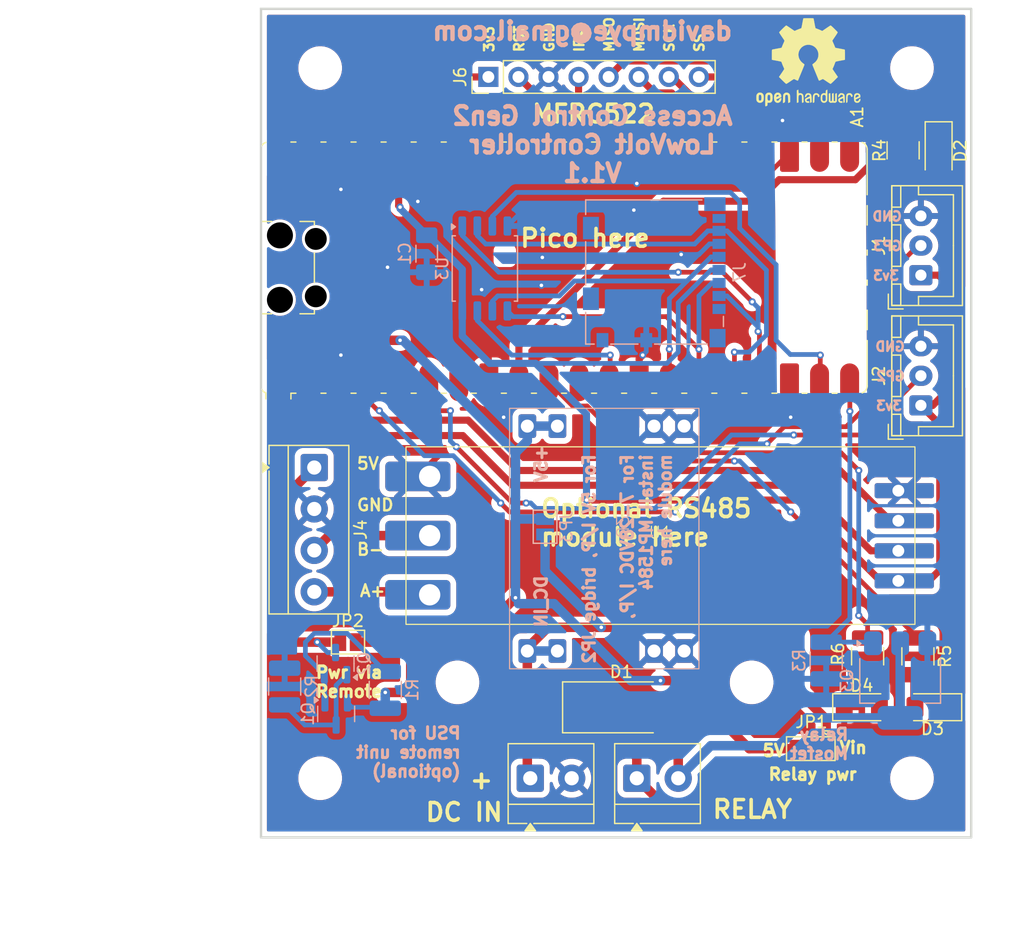
<source format=kicad_pcb>
(kicad_pcb (version 20241229) (generator "pcbnew") (generator_version "9.0")
  (layers (0 "F.Cu" signal) (2 "B.Cu" signal) (13 "F.Paste" user) (15 "B.Paste" user) (5 "F.SilkS" user "F.Silkscreen") (7 "B.SilkS" user "B.Silkscreen") (1 "F.Mask" user) (3 "B.Mask" user) (25 "Edge.Cuts" user))
  (net 0 "")
  (net 1 "HEARTBEAT")
  (net 2 "GND")
  (net 3 "MFRC_MISO")
  (net 4 "RS485_TX")
  (net 5 "MFRC_SS")
  (net 6 "+5V")
  (net 9 "MFRC_SCK")
  (net 11 "GPIO_ACC2")
  (net 12 "MFRC_MOSI")
  (net 14 "RS485_RX")
  (net 15 "+3V3")
  (net 16 "FLASH_WP")
  (net 17 "MFRC_IRQ")
  (net 18 "Net-(D3-A)")
  (net 19 "Net-(D2-A)")
  (net 20 "FLASH_HOLD")
  (net 21 "A+")
  (net 24 "FLASH_MOSI")
  (net 27 "FLASH_CLK")
  (net 28 "FLASH_MISO")
  (net 29 "FLASH_CS")
  (net 30 "B-")
  (net 32 "MFRC_RST")
  (net 33 "MOSFET_GATE")
  (net 34 "GPIO_ACC1")
  (net 36 "RELAY-")
  (net 37 "REMOTE_PWR")
  (net 40 "+VDC")
  (net 41 "RELAY+")
  (net 42 "Net-(Q1-C)")
  (net 43 "Net-(Q1-B)")
  (net 44 "ACCESS_DENIED")
  (net 45 "ACCESS_GRANTED")
  (net 46 "Net-(D4-A)")
  (net 47 "unconnected-(A1-GPIO5-Pad7)")
  (footprint "MountingHole:MountingHole_3.2mm_M3" (layer "F.Cu") (at 86.25 23.25)
    (property "Reference" "REF**" (hide yes))
    (property "Value" "MountingHole_3.2mm_M3")
  )
  (footprint "Module:RaspberryPi_Pico_SMD_HandSolder" (layer "F.Cu") (at 56.85 40.11 90)
    (property "Reference" "A1")
    (property "Value" "RaspberryPi_Pico")
  )
  (footprint "Symbol:OSHW-Logo2_9.8x8mm_SilkScreen" (layer "F.Cu") (at 77.5 22.75)
    (property "Reference" "REF**" (hide yes))
    (property "Value" "OSHW-Logo2_9.8x8mm_SilkScreen" (hide yes))
  )
  (footprint "Connector_JST:JST_XH_B3B-XH-A_1x03_P2.50mm_Vertical" (layer "F.Cu") (at 87 40.75 90)
    (property "Reference" "J1")
    (property "Value" "Conn_01x03")
  )
  (footprint "Connector_JST:JST_XH_B3B-XH-A_1x03_P2.50mm_Vertical" (layer "F.Cu") (at 87 51.75 90)
    (property "Reference" "J2")
    (property "Value" "Conn_01x03")
  )
  (footprint "Jumper:SolderJumper-2_P1.3mm_Open_Pad1.0x1.5mm" (layer "F.Cu") (at 38.6 71.75)
    (property "Reference" "JP2")
    (property "Value" "Jumper_2_Open")
  )
  (footprint "TerminalBlock_MetzConnect:TerminalBlock_MetzConnect_Type059_RT06302HBWC_1x02_P3.50mm_Horizontal" (layer "F.Cu") (at 54 83.25)
    (property "Reference" "J5" (hide yes))
    (property "Value" "PWR_IN")
  )
  (footprint "TerminalBlock_MetzConnect:TerminalBlock_MetzConnect_Type059_RT06302HBWC_1x02_P3.50mm_Horizontal" (layer "F.Cu") (at 63 83.25)
    (property "Reference" "J3" (hide yes))
    (property "Value" "RELAY_CONN")
  )
  (footprint "LED_SMD:LED_1206_3216Metric_Pad1.42x1.75mm_HandSolder" (layer "F.Cu") (at 87.9875 77.25 180)
    (property "Reference" "D3")
    (property "Value" "ACCESS_DENIED")
  )
  (footprint "Resistor_SMD:R_1210_3225Metric_Pad1.30x2.65mm_HandSolder" (layer "F.Cu") (at 82.5 72.95 -90)
    (property "Reference" "R6")
    (property "Value" "R")
  )
  (footprint "LED_SMD:LED_1206_3216Metric_Pad1.42x1.75mm_HandSolder" (layer "F.Cu") (at 88.5 30.25 -90)
    (property "Reference" "D2")
    (property "Value" "HEARTBEAT")
  )
  (footprint "Resistor_SMD:R_1210_3225Metric_Pad1.30x2.65mm_HandSolder" (layer "F.Cu") (at 86.75 72.95 -90)
    (property "Reference" "R5")
    (property "Value" "R")
  )
  (footprint "TerminalBlock_MetzConnect:TerminalBlock_MetzConnect_Type059_RT06304HBWC_1x04_P3.50mm_Horizontal" (layer "F.Cu") (at 35.75 57 -90)
    (property "Reference" "J4")
    (property "Value" "Remote_header")
  )
  (footprint "Diode_SMD:D_SMA-SMB_Universal_Handsoldering" (layer "F.Cu") (at 61.69 77.26)
    (property "Reference" "D1")
    (property "Value" "D")
  )
  (footprint "Resistor_SMD:R_1210_3225Metric_Pad1.30x2.65mm_HandSolder" (layer "F.Cu") (at 85.5 30.2 -90)
    (property "Reference" "R4")
    (property "Value" "R")
  )
  (footprint "MountingHole:MountingHole_3.2mm_M3" (layer "F.Cu") (at 36.25 83.25)
    (property "Reference" "REF**" (hide yes))
    (property "Value" "MountingHole_3.2mm_M3")
  )
  (footprint "LED_SMD:LED_1206_3216Metric_Pad1.42x1.75mm_HandSolder" (layer "F.Cu") (at 82.0125 77.25)
    (property "Reference" "D4")
    (property "Value" "ACCESS_GRANTED")
  )
  (footprint "Jumper:SolderJumper-3_P1.3mm_Open_Pad1.0x1.5mm" (layer "F.Cu") (at 77.7 80.75 180)
    (property "Reference" "JP1")
    (property "Value" "RELAY_VOLT_SELECT")
  )
  (footprint "MountingHole:MountingHole_3.2mm_M3" (layer "F.Cu") (at 36.25 23.25)
    (property "Reference" "REF**" (hide yes))
    (property "Value" "MountingHole_3.2mm_M3")
  )
  (footprint "Connector_PinHeader_2.54mm:PinHeader_1x08_P2.54mm_Vertical" (layer "F.Cu") (at 50.46 24 90)
    (property "Reference" "J6")
    (property "Value" "MFRC_CONN")
  )
  (footprint "MountingHole:MountingHole_3.2mm_M3" (layer "F.Cu") (at 47.85 75.15)
    (property "Reference" "REF**" (hide yes))
    (property "Value" "MountingHole_3.2mm_M3")
  )
  (footprint "MountingHole:MountingHole_3.2mm_M3" (layer "F.Cu") (at 86.25 83.25)
    (property "Reference" "REF**" (hide yes))
    (property "Value" "MountingHole_3.2mm_M3")
  )
  (footprint "RS485_to_ttl:RS485_to_ttl" (layer "F.Cu") (at 65 62.75 180)
    (property "Reference" "U1")
    (property "Value" "~")
  )
  (footprint "MountingHole:MountingHole_3.2mm_M3" (layer "F.Cu") (at 72.7 75.15)
    (property "Reference" "REF**" (hide yes))
    (property "Value" "MountingHole_3.2mm_M3")
  )
  (footprint "Resistor_SMD:R_1210_3225Metric_Pad1.30x2.65mm_HandSolder" (layer "B.Cu") (at 41.75 75.7875 90)
    (property "Reference" "R1")
    (property "Value" "5R1")
  )
  (footprint "Package_TO_SOT_SMD:SOT-223-3_TabPin2" (layer "B.Cu") (at 85.25 75 -90)
    (property "Reference" "Q3")
    (property "Value" "IRLL014N")
  )
  (footprint "Package_SO:SOIC-8_5.3x5.3mm_P1.27mm" (layer "B.Cu") (at 50.1625 40.1825 -90)
    (property "Reference" "U3")
    (property "Value" "W25Q32JVSS")
  )
  (footprint "Package_TO_SOT_SMD:SOT-23" (layer "B.Cu") (at 37.6 77.8125 -90)
    (property "Reference" "Q1")
    (property "Value" "MMBT3906")
  )
  (footprint "Resistor_SMD:R_1210_3225Metric_Pad1.30x2.65mm_HandSolder" (layer "B.Cu") (at 33.25 75.5 90)
    (property "Reference" "R2")
    (property "Value" "470R")
  )
  (footprint "Connector_Card:microSD_HC_Molex_104031-0811" (layer "B.Cu") (at 64.5 40.5 90)
    (property "Reference" "J7")
    (property "Value" "Micro_SD_Card")
  )
  (footprint "Resistor_SMD:R_1210_3225Metric_Pad1.30x2.65mm_HandSolder" (layer "B.Cu") (at 79 73.3 -90)
    (property "Reference" "R3")
    (property "Value" "10K")
  )
  (footprint "Jumper:SolderJumper-2_P1.3mm_Open_Pad1.0x1.5mm" (layer "B.Cu") (at 55.25 62 90)
    (property "Reference" "JP3")
    (property "Value" "Jumper_2_Open")
  )
  (footprint "Package_TO_SOT_SMD:SOT-23" (layer "B.Cu") (at 37.55 73.5625 90)
    (property "Reference" "Q2")
    (property "Value" "MMBT3906")
  )
  (footprint "Capacitor_SMD:C_1206_3216Metric_Pad1.33x1.80mm_HandSolder" (layer "B.Cu") (at 45.25 38.9375 -90)
    (property "Reference" "C1")
    (property "Value" "0.1uF")
  )
  (footprint "DC-DC:hw-1338" (layer "B.Cu") (at 61.25 62 90)
    (property "Reference" "U2")
    (property "Value" "~")
  )
  (gr_rect (start 31.25 18.25) (end 91.25 88.25) (stroke (width 0.2)) (fill no) (layer "Edge.Cuts"))
  (gr_text "IRQ" (at 58.607143 22 90) (layer "F.SilkS") (effects (font (size 0.8 0.8) (thickness 0.2) (bold yes)) (justify left bottom)))
  (gr_text "SS" (at 68.75 22 90) (layer "F.SilkS") (effects (font (size 0.8 0.8) (thickness 0.2) (bold yes)) (justify left bottom)))
  (gr_text "5V" (at 39.25 57.25 -0) (layer "F.SilkS") (effects (font (size 1 1) (thickness 0.2) (bold yes)) (justify left bottom)))
  (gr_text "Optional RS485\nmodule here" (at 54.75 63.75 0) (layer "F.SilkS") (effects (font (size 1.5 1.5) (thickness 0.3) (bold yes)) (justify left bottom)))
  (gr_text "DC IN" (at 45 87 0) (layer "F.SilkS") (effects (font (size 1.5 1.5) (thickness 0.3) (bold yes)) (justify left bottom)))
  (gr_text "+" (at 48.75 84.25 0) (layer "F.SilkS") (effects (font (size 1.5 1.5) (thickness 0.3) (bold yes)) (justify left bottom)))
  (gr_text "A+" (at 39.5 68 -0) (layer "F.SilkS") (effects (font (size 1 1) (thickness 0.2) (bold yes)) (justify left bottom)))
  (gr_text "B-" (at 39.25 64.5 0) (layer "F.SilkS") (effects (font (size 1 1) (thickness 0.2) (bold yes)) (justify left bottom)))
  (gr_text "SCK" (at 66.214286 22 90) (layer "F.SilkS") (effects (font (size 0.8 0.8) (thickness 0.2) (bold yes)) (justify left bottom)))
  (gr_text "Pico here" (at 53 38.5 0) (layer "F.SilkS") (effects (font (size 1.5 1.5) (thickness 0.3) (bold yes)) (justify left bottom)))
  (gr_text "MISO" (at 61.142857 22 90) (layer "F.SilkS") (effects (font (size 0.8 0.8) (thickness 0.2) (bold yes)) (justify left bottom)))
  (gr_text "3v3" (at 51 22 90) (layer "F.SilkS") (effects (font (size 0.8 0.8) (thickness 0.2) (bold yes)) (justify left bottom)))
  (gr_text "GND\n" (at 56.071429 22 90) (layer "F.SilkS") (effects (font (size 0.8 0.8) (thickness 0.2) (bold yes)) (justify left bottom)))
  (gr_text "MFRC522" (at 54 28 0) (layer "F.SilkS") (effects (font (size 1.5 1.5) (thickness 0.3) (bold yes)) (justify left bottom)))
  (gr_text "5V" (at 73.5 81.5 0) (layer "F.SilkS") (effects (font (size 1 1) (thickness 0.25) (bold yes)) (justify left bottom)))
  (gr_text "GND" (at 39.25 60.75 0) (layer "F.SilkS") (effects (font (size 1 1) (thickness 0.2) (bold yes)) (justify left bottom)))
  (gr_text "RST\n" (at 53.535714 22 90) (layer "F.SilkS") (effects (font (size 0.8 0.8) (thickness 0.2) (bold yes)) (justify left bottom)))
  (gr_text "Pwr via\nRemote" (at 35.75 76.5 0) (layer "F.SilkS") (effects (font (size 1 1) (thickness 0.25) (bold yes)) (justify left bottom)))
  (gr_text "RELAY" (at 69.25 86.75 0) (layer "F.SilkS") (effects (font (size 1.5 1.5) (thickness 0.3) (bold yes)) (justify left bottom)))
  (gr_text "MOSI\n" (at 63.678571 22 90) (layer "F.SilkS") (effects (font (size 0.8 0.8) (thickness 0.2) (bold yes)) (justify left bottom)))
  (gr_text "Vin" (at 80 81.25 0) (layer "F.SilkS") (effects (font (size 1 1) (thickness 0.25) (bold yes)) (justify left bottom)))
  (gr_text "Relay pwr" (at 74 83.5 0) (layer "F.SilkS") (effects (font (size 1 1) (thickness 0.25) (bold yes)) (justify left bottom)))
  (gr_text "+5V" (at 55.5 55 90) (layer "B.SilkS") (effects (font (size 1 1) (thickness 0.25) (bold yes)) (justify left bottom mirror)))
  (gr_text "Relay\nMosfet" (at 81 81.75 0) (layer "B.SilkS") (effects (font (size 1 1) (thickness 0.25) (bold yes)) (justify left bottom mirror)))
  (gr_text "GP2" (at 85.75 49.75 0) (layer "B.SilkS") (effects (font (size 0.8 0.8) (thickness 0.2) (bold yes)) (justify left bottom mirror)))
  (gr_text "DC_IN" (at 55.5 66 90) (layer "B.SilkS") (effects (font (size 1 1) (thickness 0.25) (bold yes)) (justify left bottom mirror)))
  (gr_text "3v3" (at 85.5 52.25 0) (layer "B.SilkS") (effects (font (size 0.8 0.8) (thickness 0.2) (bold yes)) (justify left bottom mirror)))
  (gr_text "Access Control Gen2\nLowVolt Controller\nV1.1" (at 59.25 33 0) (layer "B.SilkS") (effects (font (size 1.5 1.5) (thickness 0.375) (bold yes)) (justify bottom mirror)))
  (gr_text "GP3" (at 85.5 38.75 0) (layer "B.SilkS") (effects (font (size 0.8 0.8) (thickness 0.2) (bold yes)) (justify left bottom mirror)))
  (gr_text "For 5V I/P, bridge JP2\n\nFor 7-28VDC I/P,\ninstall MP1584\nmodule here" (at 66 55.75 90) (layer "B.SilkS") (effects (font (size 1 1) (thickness 0.25) (bold yes)) (justify left bottom mirror)))
  (gr_text "PSU for\nremote unit\n(optional)" (at 48.25 83.25 0) (layer "B.SilkS") (effects (font (size 1 1) (thickness 0.25) (bold yes)) (justify left bottom mirror)))
  (gr_text "GND\n" (at 85.5 36.25 0) (layer "B.SilkS") (effects (font (size 0.8 0.8) (thickness 0.2) (bold yes)) (justify left bottom mirror)))
  (gr_text "GND\n" (at 85.75 47.25 0) (layer "B.SilkS") (effects (font (size 0.8 0.8) (thickness 0.2) (bold yes)) (justify left bottom mirror)))
  (gr_text "3v3" (at 85.25 41.25 0) (layer "B.SilkS") (effects (font (size 0.8 0.8) (thickness 0.2) (bold yes)) (justify left bottom mirror)))
  (gr_text "davidmpye@gmail.com" (at 71.25 21 0) (layer "B.SilkS") (effects (font (size 1.5 1.5) (thickness 0.375) (bold yes)) (justify left bottom mirror)))
  (segment (start 81.47 32.68) (end 85.5 28.65) (width 0.6) (layer "F.Cu") (net 1))
  (segment (start 53.04 46.71) (end 65.25 34.5) (width 0.6) (layer "F.Cu") (net 1))
  (segment (start 53.04 49.8) (end 53.04 46.71) (width 0.6) (layer "F.Cu") (net 1))
  (segment (start 73.2 34.5) (end 75.02 32.68) (width 0.6) (layer "F.Cu") (net 1))
  (segment (start 75.02 32.68) (end 81.47 32.68) (width 0.6) (layer "F.Cu") (net 1))
  (segment (start 65.25 34.5) (end 73.2 34.5) (width 0.6) (layer "F.Cu") (net 1))
  (segment (start 37.8 49.8) (end 37.8 47.7) (width 0.6) (layer "F.Cu") (net 2))
  (segment (start 62.75 33.25) (end 63 33) (width 0.4) (layer "F.Cu") (net 2))
  (segment (start 63.2 49.8) (end 63.2 47.8) (width 0.6) (layer "F.Cu") (net 2))
  (segment (start 37.8 33.3) (end 38 33.5) (width 0.6) (layer "F.Cu") (net 2))
  (segment (start 62.75 35.25) (end 62.75 33.25) (width 0.4) (layer "F.Cu") (net 2))
  (segment (start 75.9 52.65) (end 76 52.75) (width 0.4) (layer "F.Cu") (net 2))
  (segment (start 37.8 47.7) (end 38 47.5) (width 0.6) (layer "F.Cu") (net 2))
  (segment (start 63.2 47.8) (end 63.5 47.5) (width 0.6) (layer "F.Cu") (net 2))
  (segment (start 73.32 33) (end 63 33) (width 0.4) (layer "F.Cu") (net 2))
  (segment (start 50.5 49.8) (end 50.5 51.5) (width 0.6) (layer "F.Cu") (net 2))
  (segment (start 75.9 49.8) (end 75.9 52.65) (width 0.4) (layer "F.Cu") (net 2))
  (segment (start 50.5 51.5) (end 51.75 52.75) (width 0.6) (layer "F.Cu") (net 2))
  (segment (start 63.2 32.8) (end 63 33) (width 0.6) (layer "F.Cu") (net 2))
  (segment (start 75.9 30.42) (end 73.32 33) (width 0.4) (layer "F.Cu") (net 2))
  (segment (start 63.2 30.42) (end 63.2 32.8) (width 0.6) (layer "F.Cu") (net 2))
  (segment (start 75.9 30.42) (end 75.9 28.27) (width 0.4) (layer "F.Cu") (net 2))
  (segment (start 75.9 28.27) (end 75.31 27.68) (width 0.4) (layer "F.Cu") (net 2))
  (segment (start 37.8 30.42) (end 37.8 33.3) (width 0.6) (layer "F.Cu") (net 2))
  (via (at 54.94 41.61) (size 0.6) (drill 0.3) (layers "F.Cu" "B.Cu") (net 2))
  (via (at 62.75 35.25) (size 0.6) (drill 0.3) (layers "F.Cu" "B.Cu") (net 2))
  (via (at 75.31 27.68) (size 0.6) (drill 0.3) (layers "F.Cu" "B.Cu") (net 2))
  (via (at 76 52.75) (size 0.6) (drill 0.3) (layers "F.Cu" "B.Cu") (net 2))
  (via (at 44.5 34.52) (size 0.6) (drill 0.3) (layers "F.Cu" "B.Cu") (net 2))
  (via (at 41.94 40.08) (size 0.6) (drill 0.3) (layers "F.Cu" "B.Cu") (net 2))
  (via (at 38 47.5) (size 0.6) (drill 0.3) (layers "F.Cu" "B.Cu") (net 2))
  (via (at 55.02 39.25) (size 0.6) (drill 0.3) (layers "F.Cu" "B.Cu") (net 2))
  (via (at 51.75 52.75) (size 0.6) (drill 0.3) (layers "F.Cu" "B.Cu") (net 2))
  (via (at 38 33.5) (size 0.6) (drill 0.3) (layers "F.Cu" "B.Cu") (net 2))
  (via (at 66.75 39) (size 0.6) (drill 0.3) (layers "F.Cu" "B.Cu") (net 2))
  (via (at 49.89 41.97) (size 0.6) (drill 0.3) (layers "F.Cu" "B.Cu") (net 2))
  (via (at 63 33) (size 0.6) (drill 0.3) (layers "F.Cu" "B.Cu") (net 2))
  (via (at 63.5 47.5) (size 0.6) (drill 0.3) (layers "F.Cu" "B.Cu") (net 2))
  (segment (start 63.8 47.2) (end 63.5 47.5) (width 0.4) (layer "B.Cu") (net 2))
  (segment (start 63.8 46.24) (end 63.8 47.2) (width 0.4) (layer "B.Cu") (net 2))
  (segment (start 52.0675 36.595) (end 53.4125 35.25) (width 0.4) (layer "B.Cu") (net 2))
  (segment (start 68.25 39) (end 66.75 39) (width 0.4) (layer "B.Cu") (net 2))
  (segment (start 53.4125 35.25) (end 62.75 35.25) (width 0.4) (layer "B.Cu") (net 2))
  (segment (start 69.145 38.105) (end 68.25 39) (width 0.4) (layer "B.Cu") (net 2))
  (segment (start 69.95 38.105) (end 69.145 38.105) (width 0.4) (layer "B.Cu") (net 2))
  (segment (start 61.971 22.649) (end 60.62 24) (width 0.6) (layer "F.Cu") (net 3))
  (segment (start 74.809 22.649) (end 61.971 22.649) (width 0.6) (layer "F.Cu") (net 3))
  (segment (start 80.98 28.82) (end 74.809 22.649) (width 0.6) (layer "F.Cu") (net 3))
  (segment (start 80.98 30.42) (end 80.98 28.82) (width 0.6) (layer "F.Cu") (net 3))
  (segment (start 85.096703 64.033957) (end 82.777901 64.033957) (width 0.6) (layer "F.Cu") (net 4))
  (segment (start 32.72 50.72) (end 32.72 49.8) (width 0.6) (layer "F.Cu") (net 4))
  (segment (start 48.301 54.301) (end 36.301 54.301) (width 0.6) (layer "F.Cu") (net 4))
  (segment (start 77.243944 58.5) (end 52.5 58.5) (width 0.6) (layer "F.Cu") (net 4))
  (segment (start 82.777901 64.033957) (end 77.243944 58.5) (width 0.6) (layer "F.Cu") (net 4))
  (segment (start 52.5 58.5) (end 48.301 54.301) (width 0.6) (layer "F.Cu") (net 4))
  (segment (start 36.301 54.301) (end 32.72 50.72) (width 0.6) (layer "F.Cu") (net 4))
  (segment (start 78.44 30.42) (end 78.44 28.82) (width 0.6) (layer "F.Cu") (net 5))
  (segment (start 73.62 24) (end 68.24 24) (width 0.6) (layer "F.Cu") (net 5))
  (segment (start 78.44 28.82) (end 73.62 24) (width 0.6) (layer "F.Cu") (net 5))
  (segment (start 76.4 80.75) (end 72.5 80.75) (width 0.8) (layer "F.Cu") (net 6))
  (segment (start 39.25 71.75) (end 44.75 71.75) (width 0.8) (layer "F.Cu") (net 6))
  (segment (start 44.75 71.75) (end 45.75 70.75) (width 0.8) (layer "F.Cu") (net 6))
  (segment (start 35.26 32.034207) (end 35.26 30.42) (width 0.8) (layer "F.Cu") (net 6))
  (segment (start 43 46.25) (end 40.818818 46.25) (width 0.8) (layer "F.Cu") (net 6))
  (segment (start 72.5 80.75) (end 66.75 75) (width 0.8) (layer "F.Cu") (net 6))
  (segment (start 35.5 30.66) (end 35.26 30.42) (width 0.6) (layer "F.Cu") (net 6))
  (segment (start 66.75 75) (end 65 75) (width 0.8) (layer "F.Cu") (net 6))
  (segment (start 50.5 70.25) (end 46.25 70.25) (width 0.8) (layer "F.Cu") (net 6))
  (segment (start 45.75 70.75) (end 43.9 72.6) (width 0.8) (layer "F.Cu") (net 6))
  (segment (start 37.456 42.887182) (end 37.456 34.230207) (width 0.8) (layer "F.Cu") (net 6))
  (segment (start 37.456 34.230207) (end 35.26 32.034207) (width 0.8) (layer "F.Cu") (net 6))
  (segment (start 46.25 70.25) (end 45.75 70.75) (width 0.8) (layer "F.Cu") (net 6))
  (segment (start 43.9 76) (end 41.75 76) (width 0.8) (layer "F.Cu") (net 6))
  (segment (start 43.9 72.6) (end 43.9 76) (width 0.8) (layer "F.Cu") (net 6))
  (segment (start 52.75 68) (end 50.5 70.25) (width 0.8) (layer "F.Cu") (net 6))
  (segment (start 40.818818 46.25) (end 37.456 42.887182) (width 0.8) (layer "F.Cu") (net 6))
  (via (at 43 46.25) (size 0.6) (drill 0.3) (layers "F.Cu" "B.Cu") (net 6))
  (via (at 52.75 68) (size 0.6) (drill 0.3) (layers "F.Cu" "B.Cu") (net 6))
  (via (at 41.75 76) (size 0.6) (drill 0.3) (layers "F.Cu" "B.Cu") (net 6))
  (via (at 65 75) (size 0.6) (drill 0.3) (layers "F.Cu" "B.Cu") (net 6))
  (segment (start 41.75 77.25) (end 38.925 77.25) (width 0.4) (layer "B.Cu") (net 6))
  (segment (start 53.75 53.5) (end 56.29 53.5) (width 0.8) (layer "B.Cu") (net 6))
  (segment (start 62.5 75) (end 56 68.5) (width 0.8) (layer "B.Cu") (net 6))
  (segment (start 38.925 77.25) (end 38.55 76.875) (width 0.4) (layer "B.Cu") (net 6))
  (segment (start 53.75 53.5) (end 53.75 54.75) (width 0.8) (layer "B.Cu") (net 6))
  (segment (start 52.75 61.5) (end 52.75 68) (width 0.8) (layer "B.Cu") (net 6))
  (segment (start 55.25 61.35) (end 52.9 61.35) (width 0.8) (layer "B.Cu") (net 6))
  (segment (start 53.75 54.75) (end 52.75 55.75) (width 0.8) (layer "B.Cu") (net 6))
  (segment (start 52.9 61.35) (end 52.75 61.5) (width 0.8) (layer "B.Cu") (net 6))
  (segment (start 52.75 59.5) (end 52.75 61.5) (width 0.8) (layer "B.Cu") (net 6))
  (segment (start 65 75) (end 62.5 75) (width 0.8) (layer "B.Cu") (net 6))
  (segment (start 56 68.5) (end 53 68.5) (width 0.8) (layer "B.Cu") (net 6))
  (segment (start 41.625 77.375) (end 41.75 77.25) (width 0.4) (layer "B.Cu") (net 6))
  (segment (start 43.25 46.25) (end 43 46.25) (width 0.8) (layer "B.Cu") (net 6))
  (segment (start 52.75 59.5) (end 52.75 55.75) (width 0.8) (layer "B.Cu") (net 6))
  (segment (start 41.75 76) (end 41.75 77.25) (width 0.8) (layer "B.Cu") (net 6))
  (segment (start 52.75 55.75) (end 43.25 46.25) (width 0.8) (layer "B.Cu") (net 6))
  (segment (start 73.065879 31.365879) (end 73.250054 31.365879) (width 0.6) (layer "F.Cu") (net 9))
  (segment (start 72 26.5) (end 73.36 27.86) (width 0.6) (layer "F.Cu") (net 9))
  (segment (start 68.5 26.5) (end 72 26.5) (width 0.6) (layer "F.Cu") (net 9))
  (segment (start 73.36 27.86) (end 73.36 30.42) (width 0.6) (layer "F.Cu") (net 9))
  (segment (start 65.7 24) (end 66 24) (width 0.6) (layer "F.Cu") (net 9))
  (segment (start 66 24) (end 68.5 26.5) (width 0.6) (layer "F.Cu") (net 9))
  (segment (start 53.65 60) (end 52.5 60) (width 0.4) (layer "F.Cu") (net 11))
  (segment (start 42.88 49.8) (end 45.28 52.2) (width 0.4) (layer "F.Cu") (net 11))
  (segment (start 45.28 52.2) (end 47.25 52.2) (width 0.4) (layer "F.Cu") (net 11))
  (segment (start 52.5 60) (end 47.75 55.25) (width 0.4) (layer "F.Cu") (net 11))
  (segment (start 76.25 54.25) (end 82 54.25) (width 0.4) (layer "F.Cu") (net 11))
  (segment (start 82 54.25) (end 87 49.25) (width 0.4) (layer "F.Cu") (net 11))
  (via (at 53.65 60) (size 0.6) (drill 0.3) (layers "F.Cu" "B.Cu") (net 11))
  (via (at 47.75 55.25) (size 0.6) (drill 0.3) (layers "F.Cu" "B.Cu") (net 11))
  (via (at 76.25 54.25) (size 0.6) (drill 0.3) (layers "F.Cu" "B.Cu") (net 11))
  (via (at 47.25 52.2) (size 0.6) (drill 0.3) (layers "F.Cu" "B.Cu") (net 11))
  (segment (start 47.25 52.2) (end 47.25 54.75) (width 0.4) (layer "B.Cu") (net 11))
  (segment (start 71 54.25) (end 76.25 54.25) (width 0.4) (layer "B.Cu") (net 11))
  (segment (start 71 54.25) (end 65 60.25) (width 0.4) (layer "B.Cu") (net 11))
  (segment (start 47.25 54.75) (end 47.75 55.25) (width 0.4) (layer "B.Cu") (net 11))
  (segment (start 56.401 60.449) (end 54.5 60.449) (width 0.4) (layer "B.Cu") (net 11))
  (segment (start 54.5 60.449) (end 54.051 60) (width 0.4) (layer "B.Cu") (net 11))
  (segment (start 64.75 60.25) (end 64.547 60.453) (width 0.4) (layer "B.Cu") (net 11))
  (segment (start 54.051 60) (end 53.65 60) (width 0.4) (layer "B.Cu") (net 11))
  (segment (start 64.547 60.453) (end 56.405 60.453) (width 0.4) (layer "B.Cu") (net 11))
  (segment (start 65 60.25) (end 64.75 60.25) (width 0.4) (layer "B.Cu") (net 11))
  (segment (start 56.405 60.453) (end 56.401 60.449) (width 0.4) (layer "B.Cu") (net 11))
  (segment (start 70.710054 30.577268) (end 70.710054 31.365879) (width 0.6) (layer "F.Cu") (net 12))
  (segment (start 65.943785 25.351) (end 64.511 25.351) (width 0.6) (layer "F.Cu") (net 12))
  (segment (start 70.74 30.42) (end 70.74 30.314206) (width 0.6) (layer "F.Cu") (net 12))
  (segment (start 70.5 27.5) (end 68.092785 27.5) (width 0.6) (layer "F.Cu") (net 12))
  (segment (start 70.82 30.42) (end 70.82 27.82) (width 0.6) (layer "F.Cu") (net 12))
  (segment (start 68.092785 27.5) (end 65.943785 25.351) (width 0.6) (layer "F.Cu") (net 12))
  (segment (start 64.511 25.351) (end 63.16 24) (width 0.6) (layer "F.Cu") (net 12))
  (segment (start 70.82 27.82) (end 70.5 27.5) (width 0.6) (layer "F.Cu") (net 12))
  (segment (start 53 57.25) (end 80.155538 57.25) (width 0.6) (layer "F.Cu") (net 14))
  (segment (start 48.75 53) (end 53 57.25) (width 0.6) (layer "F.Cu") (net 14))
  (segment (start 35.26 49.8) (end 35.26 51.4) (width 0.6) (layer "F.Cu") (net 14))
  (segment (start 35.26 51.4) (end 36.86 53) (width 0.6) (layer "F.Cu") (net 14))
  (segment (start 80.155538 57.25) (end 84.399495 61.493957) (width 0.6) (layer "F.Cu") (net 14))
  (segment (start 36.86 53) (end 48.75 53) (width 0.6) (layer "F.Cu") (net 14))
  (segment (start 84.399495 61.493957) (end 85.096703 61.493957) (width 0.6) (layer "F.Cu") (net 14))
  (segment (start 85.096703 66.573957) (end 84.326537 66.573957) (width 0.4) (layer "F.Cu") (net 15))
  (segment (start 47.7 24) (end 50.46 24) (width 0.6) (layer "F.Cu") (net 15))
  (segment (start 42.88 30.42) (end 42.88 28.82) (width 0.6) (layer "F.Cu") (net 15))
  (segment (start 87 51.75) (end 88 51.75) (width 0.6) (layer "F.Cu") (net 15))
  (segment (start 85.096703 66.573957) (end 83.573957 66.573957) (width 0.4) (layer "F.Cu") (net 15))
  (segment (start 88.597703 53.347703) (end 88.597703 65.652297) (width 0.6) (layer "F.Cu") (net 15))
  (segment (start 88.5 40.75) (end 87 40.75) (width 0.6) (layer "F.Cu") (net 15))
  (segment (start 83.573957 66.573957) (end 79.5 62.5) (width 0.6) (layer "F.Cu") (net 15))
  (segment (start 88.597703 65.652297) (end 87.676043 66.573957) (width 0.6) (layer "F.Cu") (net 15))
  (segment (start 89.75 50) (end 89.75 42) (width 0.6) (layer "F.Cu") (net 15))
  (segment (start 89.75 42) (end 88.5 40.75) (width 0.6) (layer "F.Cu") (net 15))
  (segment (start 87.676043 66.573957) (end 85.096703 66.573957) (width 0.6) (layer "F.Cu") (net 15))
  (segment (start 76.75 59.75) (end 75 59.75) (width 0.6) (layer "F.Cu") (net 15))
  (segment (start 87 51.75) (end 88.597703 53.347703) (width 0.6) (layer "F.Cu") (net 15))
  (segment (start 42.88 28.82) (end 47.7 24) (width 0.6) (layer "F.Cu") (net 15))
  (segment (start 42.8 30.01) (end 42.8 31.22) (width 0.8) (layer "F.Cu") (net 15))
  (segment (start 42.88 34.88) (end 43 35) (width 0.6) (layer "F.Cu") (net 15))
  (segment (start 79.5 62.5) (end 76.75 59.75) (width 0.6) (layer "F.Cu") (net 15))
  (segment (start 75 59.75) (end 58.75 59.75) (width 0.6) (layer "F.Cu") (net 15))
  (segment (start 88 51.75) (end 89.75 50) (width 0.6) (layer "F.Cu") (net 15))
  (segment (start 42.88 30.42) (end 42.88 34.88) (width 0.6) (layer "F.Cu") (net 15))
  (via (at 58.75 59.75) (size 0.6) (drill 0.3) (layers "F.Cu" "B.Cu") (net 15))
  (via (at 43 35) (size 0.6) (drill 0.3) (layers "F.Cu" "B.Cu") (net 15))
  (segment (start 65.540364 48.201) (end 54.75 48.201) (width 0.4) (layer "B.Cu") (net 15))
  (segment (start 54.75 48.201) (end 50.709636 48.201) (width 0.4) (layer "B.Cu") (net 15))
  (segment (start 66.500532 47.240832) (end 65.540364 48.201) (width 0.4) (layer "B.Cu") (net 15))
  (segment (start 58.75 59.75) (end 58.75 52.5) (width 0.6) (layer "B.Cu") (net 15))
  (segment (start 45.375 37.375) (end 48.2575 40.2575) (width 0.6) (layer "B.Cu") (net 15))
  (segment (start 45.25 37.375) (end 45.375 37.375) (width 0.6) (layer "B.Cu") (net 15))
  (segment (start 43 35) (end 43 35.125) (width 0.6) (layer "B.Cu") (net 15))
  (segment (start 43 35.125) (end 45.25 37.375) (width 0.6) (layer "B.Cu") (net 15))
  (segment (start 48.2575 45.748864) (end 48.2575 43.77) (width 0.4) (layer "B.Cu") (net 15))
  (segment (start 54.451 48.201) (end 50.568214 48.201) (width 0.6) (layer "B.Cu") (net 15))
  (segment (start 69.273 40.305) (end 66.500532 43.077468) (width 0.4) (layer "B.Cu") (net 15))
  (segment (start 48.2575 40.2575) (end 48.2575 43.77) (width 0.6) (layer "B.Cu") (net 15))
  (segment (start 69.95 40.305) (end 69.273 40.305) (width 0.4) (layer "B.Cu") (net 15))
  (segment (start 58.75 52.5) (end 54.451 48.201) (width 0.6) (layer "B.Cu") (net 15))
  (segment (start 50.568214 48.201) (end 48.2575 45.890286) (width 0.6) (layer "B.Cu") (net 15))
  (segment (start 48.2575 45.890286) (end 48.2575 43.77) (width 0.6) (layer "B.Cu") (net 15))
  (segment (start 50.709636 48.201) (end 48.2575 45.748864) (width 0.4) (layer "B.Cu") (net 15))
  (segment (start 66.500532 43.077468) (end 66.500532 47.240832) (width 0.4) (layer "B.Cu") (net 15))
  (segment (start 78.5 49.74) (end 78.44 49.8) (width 0.4) (layer "F.Cu") (net 16))
  (segment (start 78.5 47.5) (end 78.5 49.74) (width 0.4) (layer "F.Cu") (net 16))
  (via (at 78.5 47.5) (size 0.6) (drill 0.3) (layers "F.Cu" "B.Cu") (net 16))
  (segment (start 70.919 33.759) (end 71.69 34.53) (width 0.4) (layer "B.Cu") (net 16))
  (segment (start 52.821001 33.759) (end 70.919 33.759) (width 0.4) (layer "B.Cu") (net 16))
  (segment (start 71.69 34.53) (end 71.69 36.79) (width 0.4) (layer "B.Cu") (net 16))
  (segment (start 71.69 36.79) (end 74.77 39.87) (width 0.4) (layer "B.Cu") (net 16))
  (segment (start 50.7975 35.782501) (end 52.821001 33.759) (width 0.4) (layer "B.Cu") (net 16))
  (segment (start 75.97 47.45) (end 78.45 47.45) (width 0.4) (layer "B.Cu") (net 16))
  (segment (start 74.77 46.25) (end 75.97 47.45) (width 0.4) (layer "B.Cu") (net 16))
  (segment (start 74.77 39.87) (end 74.77 46.25) (width 0.4) (layer "B.Cu") (net 16))
  (segment (start 78.45 47.45) (end 78.5 47.5) (width 0.4) (layer "B.Cu") (net 16))
  (segment (start 50.7975 36.595) (end 50.7975 35.782501) (width 0.4) (layer "B.Cu") (net 16))
  (segment (start 68.170054 29.670054) (end 68.170054 31.365879) (width 0.6) (layer "F.Cu") (net 17))
  (segment (start 68.28 30.42) (end 68.28 29.28) (width 0.6) (layer "F.Cu") (net 17))
  (segment (start 58.08 24) (end 58.08 26.08) (width 0.6) (layer "F.Cu") (net 17))
  (segment (start 68.28 28.82) (end 68.28 30.42) (width 0.6) (layer "F.Cu") (net 17))
  (segment (start 58.08 26.08) (end 58.5 26.5) (width 0.6) (layer "F.Cu") (net 17))
  (segment (start 68.2 30.314206) (end 68.2 31.22) (width 0.6) (layer "F.Cu") (net 17))
  (segment (start 68.28 29.28) (end 65.5 26.5) (width 0.6) (layer "F.Cu") (net 17))
  (segment (start 58.5 26.5) (end 65.5 26.5) (width 0.6) (layer "F.Cu") (net 17))
  (segment (start 86.5 77.25) (end 86.5 74.75) (width 0.8) (layer "F.Cu") (net 18))
  (segment (start 86.5 74.75) (end 86.75 74.5) (width 0.8) (layer "F.Cu") (net 18))
  (segment (start 85.5 31.75) (end 88.4875 31.75) (width 0.6) (layer "F.Cu") (net 19))
  (segment (start 88.975 31.75) (end 89 31.725) (width 0.6) (layer "F.Cu") (net 19))
  (segment (start 88.4875 31.75) (end 88.5 31.7375) (width 0.6) (layer "F.Cu") (net 19))
  (segment (start 60.75 49.71) (end 60.66 49.8) (width 0.4) (layer "F.Cu") (net 20))
  (segment (start 60.75 47.5) (end 60.75 49.71) (width 0.4) (layer "F.Cu") (net 20))
  (via (at 60.75 47.5) (size 0.6) (drill 0.3) (layers "F.Cu" "B.Cu") (net 20))
  (segment (start 52.445001 47.5) (end 60.75 47.5) (width 0.4) (layer "B.Cu") (net 20))
  (segment (start 49.5275 44.582499) (end 52.445001 47.5) (width 0.4) (layer "B.Cu") (net 20))
  (segment (start 49.5275 43.77) (end 49.5275 44.582499) (width 0.4) (layer "B.Cu") (net 20))
  (segment (start 35.75 67.5) (end 45.25 67.5) (width 0.8) (layer "F.Cu") (net 21))
  (segment (start 46 67.5) (end 46.5 67) (width 0.8) (layer "F.Cu") (net 21))
  (segment (start 45.25 67.5) (end 45.5 67.75) (width 0.8) (layer "F.Cu") (net 21))
  (segment (start 68.25 49.77) (end 68.28 49.8) (width 0.4) (layer "F.Cu") (net 24))
  (segment (start 68.25 47) (end 68.25 49.77) (width 0.4) (layer "F.Cu") (net 24))
  (segment (start 68.28 49.8) (end 68.28 48.2) (width 0.4) (layer "F.Cu") (net 24))
  (segment (start 65.5 44.25) (end 68.25 47) (width 0.4) (layer "F.Cu") (net 24))
  (segment (start 56.75 44.25) (end 65.5 44.25) (width 0.4) (layer "F.Cu") (net 24))
  (via (at 56.75 44.25) (size 0.6) (drill 0.3) (layers "F.Cu" "B.Cu") (net 24))
  (via (at 68.25 47) (size 0.6) (drill 0.3) (layers "F.Cu" "B.Cu") (net 24))
  (segment (start 52.0675 43.77) (end 52.5475 44.25) (width 0.4) (layer "B.Cu") (net 24))
  (segment (start 69.95 41.405) (end 69.345 41.405) (width 0.4) (layer "B.Cu") (net 24))
  (segment (start 68.25 42.5) (end 68.25 47) (width 0.4) (layer "B.Cu") (net 24))
  (segment (start 52.5475 44.25) (end 56.75 44.25) (width 0.4) (layer "B.Cu") (net 24))
  (segment (start 69.345 41.405) (end 68.25 42.5) (width 0.4) (layer "B.Cu") (net 24))
  (segment (start 65.74 49.8) (end 65.74 50.51) (width 0.4) (layer "F.Cu") (net 27))
  (segment (start 65.74 49.8) (end 65.74 48.52) (width 0.4) (layer "F.Cu") (net 27))
  (segment (start 65.75 47) (end 65.75 49.79) (width 0.4) (layer "F.Cu") (net 27))
  (segment (start 65.75 49.79) (end 65.74 49.8) (width 0.4) (layer "F.Cu") (net 27))
  (via (at 65.75 47) (size 0.6) (drill 0.3) (layers "F.Cu" "B.Cu") (net 27))
  (segment (start 50.7975 42.957501) (end 51.255001 42.5) (width 0.4) (layer "B.Cu") (net 27))
  (segment (start 56.458 42.5) (end 57.719 41.239) (width 0.4) (layer "B.Cu") (net 27))
  (segment (start 69.95 39.205) (end 69.273 39.205) (width 0.4) (layer "B.Cu") (net 27))
  (segment (start 65.75 42.728) (end 65.75 47) (width 0.4) (layer "B.Cu") (net 27))
  (segment (start 69.273 39.205) (end 67.239 41.239) (width 0.4) (layer "B.Cu") (net 27))
  (segment (start 67.239 41.239) (end 65.75 42.728) (width 0.4) (layer "B.Cu") (net 27))
  (segment (start 51.255001 42.5) (end 56.458 42.5) (width 0.4) (layer "B.Cu") (net 27))
  (segment (start 50.7975 43.77) (end 50.7975 42.957501) (width 0.4) (layer "B.Cu") (net 27))
  (segment (start 57.719 41.239) (end 67.239 41.239) (width 0.4) (layer "B.Cu") (net 27))
  (segment (start 71.25 47.25) (end 71.25 49.37) (width 0.4) (layer "F.Cu") (net 28))
  (segment (start 71.25 49.37) (end 70.82 49.8) (width 0.4) (layer "F.Cu") (net 28))
  (via (at 71.25 47.25) (size 0.6) (drill 0.3) (layers "F.Cu" "B.Cu") (net 28))
  (segment (start 67.884 38.121) (end 69 37.005) (width 0.4) (layer "B.Cu") (net 28))
  (segment (start 49.5275 36.595) (end 49.5275 37.407499) (width 0.4) (layer "B.Cu") (net 28))
  (segment (start 50.241001 38.121) (end 67.884 38.121) (width 0.4) (layer "B.Cu") (net 28))
  (segment (start 69 37.005) (end 69.95 37.005) (width 0.4) (layer "B.Cu") (net 28))
  (segment (start 69.95 37.005) (end 70.627 37.005) (width 0.4) (layer "B.Cu") (net 28))
  (segment (start 70.627 37.005) (end 73.951 40.329) (width 0.4) (layer "B.Cu") (net 28))
  (segment (start 72.491364 47.25) (end 71.25 47.25) (width 0.4) (layer "B.Cu") (net 28))
  (segment (start 73.951 40.329) (end 73.951 45.790364) (width 0.4) (layer "B.Cu") (net 28))
  (segment (start 49.5275 37.407499) (end 50.241001 38.121) (width 0.4) (layer "B.Cu") (net 28))
  (segment (start 73.951 45.790364) (end 72.491364 47.25) (width 0.4) (layer "B.Cu") (net 28))
  (segment (start 73.36 45.61) (end 73.25 45.5) (width 0.4) (layer "F.Cu") (net 29))
  (segment (start 70.25 40.5) (end 72.75 43) (width 0.4) (layer "F.Cu") (net 29))
  (segment (start 66.5 40.5) (end 70.25 40.5) (width 0.4) (layer "F.Cu") (net 29))
  (segment (start 73.36 49.8) (end 73.36 45.61) (width 0.4) (layer "F.Cu") (net 29))
  (via (at 66.5 40.5) (size 0.6) (drill 0.3) (layers "F.Cu" "B.Cu") (net 29))
  (via (at 73.25 45.5) (size 0.6) (drill 0.3) (layers "F.Cu" "B.Cu") (net 29))
  (via (at 72.75 43) (size 0.6) (drill 0.3) (layers "F.Cu" "B.Cu") (net 29))
  (segment (start 48.2575 37.407499) (end 51.350001 40.5) (width 0.4) (layer "B.Cu") (net 29))
  (segment (start 73.25 45.128) (end 70.627 42.505) (width 0.4) (layer "B.Cu") (net 29))
  (segment (start 51.350001 40.5) (end 66.5 40.5) (width 0.4) (layer "B.Cu") (net 29))
  (segment (start 70.627 42.505) (end 69.95 42.505) (width 0.4) (layer "B.Cu") (net 29))
  (segment (start 73.25 43.5) (end 72.75 43) (width 0.4) (layer "B.Cu") (net 29))
  (segment (start 73.25 45.5) (end 73.25 43.5) (width 0.4) (layer "B.Cu") (net 29))
  (segment (start 48.2575 36.595) (end 48.2575 37.407499) (width 0.4) (layer "B.Cu") (net 29))
  (segment (start 73.25 45.5) (end 73.25 45.128) (width 0.4) (layer "B.Cu") (net 29))
  (segment (start 45.5 62.75) (end 37 62.75) (width 0.8) (layer "F.Cu") (net 30))
  (segment (start 37 62.75) (end 35.75 64) (width 0.8) (layer "F.Cu") (net 30))
  (segment (start 64.42 27.5) (end 56.5 27.5) (width 0.6) (layer "F.Cu") (net 32))
  (segment (start 53 24) (end 56.5 27.5) (width 0.6) (layer "F.Cu") (net 32))
  (segment (start 65.74 30.42) (end 65.74 28.82) (width 0.6) (layer "F.Cu") (net 32))
  (segment (start 65.74 28.82) (end 64.42 27.5) (width 0.6) (layer "F.Cu") (net 32))
  (segment (start 81 52.25) (end 81 49.82) (width 0.4) (layer "F.Cu") (net 33))
  (segment (start 81 49.82) (end 80.98 49.8) (width 0.4) (layer "F.Cu") (net 33))
  (via (at 81 52.25) (size 0.6) (drill 0.3) (layers "F.Cu" "B.Cu") (net 33))
  (segment (start 81 52.25) (end 81 69.75) (width 0.4) (layer "B.Cu") (net 33))
  (segment (start 81 69.75) (end 79 71.75) (width 0.4) (layer "B.Cu") (net 33))
  (segment (start 79 71.75) (end 82.85 71.75) (width 0.4) (layer "B.Cu") (net 33))
  (segment (start 82.85 71.75) (end 82.95 71.85) (width 0.4) (layer "B.Cu") (net 33))
  (segment (start 51.5 60) (end 52.25 60.75) (width 0.4) (layer "F.Cu") (net 34))
  (segment (start 40.34 51.4) (end 41.139 52.199) (width 0.4) (layer "F.Cu") (net 34))
  (segment (start 75.451 53.549) (end 80.692364 53.549) (width 0.4) (layer "F.Cu") (net 34))
  (segment (start 85 40) (end 86.75 38.25) (width 0.4) (layer "F.Cu") (net 34))
  (segment (start 85 49.241364) (end 85 40) (width 0.4) (layer "F.Cu") (net 34))
  (segment (start 41.139 52.199) (end 41.199 52.199) (width 0.4) (layer "F.Cu") (net 34))
  (segment (start 80.692364 53.549) (end 85 49.241364) (width 0.4) (layer "F.Cu") (net 34))
  (segment (start 41.25 52.25) (end 41.25 52.2) (width 0.4) (layer "F.Cu") (net 34))
  (segment (start 40.75 50.21) (end 40.34 49.8) (width 0.6) (layer "F.Cu") (net 34))
  (segment (start 74 55) (end 75.451 53.549) (width 0.4) (layer "F.Cu") (net 34))
  (segment (start 41.199 52.199) (end 41.25 52.25) (width 0.4) (layer "F.Cu") (net 34))
  (segment (start 86.75 38.25) (end 87 38.25) (width 0.4) (layer "F.Cu") (net 34))
  (segment (start 52.25 60.75) (end 66.25 60.75) (width 0.4) (layer "F.Cu") (net 34))
  (via (at 51.5 60) (size 0.6) (drill 0.3) (layers "F.Cu" "B.Cu") (net 34))
  (via (at 41.25 52.2) (size 0.6) (drill 0.3) (layers "F.Cu" "B.Cu") (net 34))
  (via (at 74 55) (size 0.6) (drill 0.3) (layers "F.Cu" "B.Cu") (net 34))
  (via (at 66.25 60.75) (size 0.6) (drill 0.3) (layers "F.Cu" "B.Cu") (net 34))
  (segment (start 41.25 52.2) (end 45.05 56) (width 0.4) (layer "B.Cu") (net 34))
  (segment (start 66.25 60.75) (end 66.25 60.458636) (width 0.4) (layer "B.Cu") (net 34))
  (segment (start 47.5 56) (end 51.5 60) (width 0.4) (layer "B.Cu") (net 34))
  (segment (start 46.5 56) (end 47.5 56) (width 0.4) (layer "B.Cu") (net 34))
  (segment (start 45.05 56) (end 46.5 56) (width 0.4) (layer "B.Cu") (net 34))
  (segment (start 71.708636 55) (end 74 55) (width 0.4) (layer "B.Cu") (net 34))
  (segment (start 66.25 60.458636) (end 71.708636 55) (width 0.4) (layer "B.Cu") (net 34))
  (segment (start 66.5 79.17) (end 64.59 77.26) (width 0.8) (layer "F.Cu") (net 36))
  (segment (start 66.5 83.25) (end 66.5 79.17) (width 0.8) (layer "F.Cu") (net 36))
  (segment (start 77.35 78.15) (end 75 80.5) (width 0.8) (layer "B.Cu") (net 36))
  (segment (start 69.25 80.5) (end 66.5 83.25) (width 0.8) (layer "B.Cu") (net 36))
  (segment (start 85.25 78.15) (end 77.35 78.15) (width 0.8) (layer "B.Cu") (net 36))
  (segment (start 75 80.5) (end 69.25 80.5) (width 0.8) (layer "B.Cu") (net 36))
  (segment (start 85.25 78.15) (end 85.25 71.85) (width 0.8) (layer "B.Cu") (net 36))
  (segment (start 37.95 71.75) (end 36 71.75) (width 0.8) (layer "F.Cu") (net 37))
  (segment (start 32.75 70.5) (end 34 71.75) (width 0.8) (layer "F.Cu") (net 37))
  (segment (start 35.75 57) (end 32.75 60) (width 0.8) (layer "F.Cu") (net 37))
  (segment (start 36 71.75) (end 34 71.75) (width 0.8) (layer "F.Cu") (net 37))
  (segment (start 32.75 60) (end 32.75 70.5) (width 0.8) (layer "F.Cu") (net 37))
  (via (at 36 71.75) (size 0.6) (drill 0.3) (layers "F.Cu" "B.Cu") (net 37))
  (segment (start 36.875 72.625) (end 36 71.75) (width 0.4) (layer "B.Cu") (net 37))
  (segment (start 37.55 72.625) (end 36.875 72.625) (width 0.4) (layer "B.Cu") (net 37))
  (segment (start 79 78.266605) (end 79 80.75) (width 0.8) (layer "F.Cu") (net 40))
  (segment (start 76.75 76.016605) (end 79 78.266605) (width 0.8) (layer "F.Cu") (net 40))
  (segment (start 53.75 83) (end 54 83.25) (width 0.8) (layer "F.Cu") (net 40))
  (segment (start 60 70.5) (end 55.5 70.5) (width 0.8) (layer "F.Cu") (net 40))
  (segment (start 76 70.5) (end 76.75 71.25) (width 0.8) (layer "F.Cu") (net 40))
  (segment (start 55.5 70.5) (end 53.75 72.25) (width 0.8) (layer "F.Cu") (net 40))
  (segment (start 53.75 72.5) (end 53.75 83) (width 0.8) (layer "F.Cu") (net 40))
  (segment (start 76 70.5) (end 60 70.5) (width 0.8) (layer "F.Cu") (net 40))
  (segment (start 76.75 71.25) (end 76.75 76.016605) (width 0.8) (layer "F.Cu") (net 40))
  (via (at 60 70.5) (size 0.6) (drill 0.3) (layers "F.Cu" "B.Cu") (net 40))
  (segment (start 55.25 65.75) (end 60 70.5) (width 0.8) (layer "B.Cu") (net 40))
  (segment (start 53.75 72.5) (end 56.29 72.5) (width 0.8) (layer "B.Cu") (net 40))
  (segment (start 55.25 62.65) (end 55.25 65.75) (width 0.8) (layer "B.Cu") (net 40))
  (segment (start 63 81.47) (end 58.79 77.26) (width 0.8) (layer "F.Cu") (net 41))
  (segment (start 63 83.25) (end 63 81.47) (width 0.8) (layer "F.Cu") (net 41))
  (segment (start 77.7 82.3) (end 77.7 80.75) (width 0.8) (layer "F.Cu") (net 41))
  (segment (start 63 83.25) (end 65.25 85.5) (width 0.8) (layer "F.Cu") (net 41))
  (segment (start 74.5 85.5) (end 77.7 82.3) (width 0.8) (layer "F.Cu") (net 41))
  (segment (start 65.25 85.5) (end 74.5 85.5) (width 0.8) (layer "F.Cu") (net 41))
  (segment (start 34.95 78.75) (end 37.6 78.75) (width 0.4) (layer "B.Cu") (net 42))
  (segment (start 37.6 75.4) (end 37.6 78.75) (width 0.4) (layer "B.Cu") (net 42))
  (segment (start 33.25 77.05) (end 34.95 78.75) (width 0.4) (layer "B.Cu") (net 42))
  (segment (start 38.5 74.5) (end 37.6 75.4) (width 0.4) (layer "B.Cu") (net 42))
  (segment (start 35 72.9) (end 36.6 74.5) (width 0.4) (layer "B.Cu") (net 43))
  (segment (start 35.758636 71) (end 35 71.758636) (width 0.4) (layer "B.Cu") (net 43))
  (segment (start 36.65 76.875) (end 36.65 74.55) (width 0.4) (layer "B.Cu") (net 43))
  (segment (start 41.75 74.2375) (end 38.5125 71) (width 0.4) (layer "B.Cu") (net 43))
  (segment (start 38.5125 71) (end 35.758636 71) (width 0.4) (layer "B.Cu") (net 43))
  (segment (start 36.65 74.55) (end 36.6 74.5) (width 0.4) (layer "B.Cu") (net 43))
  (segment (start 35 71.758636) (end 35 72.9) (width 0.4) (layer "B.Cu") (net 43))
  (segment (start 82.5 70.25) (end 81.75 69.5) (width 0.4) (layer "F.Cu") (net 44))
  (segment (start 80.25 55.75) (end 81.75 57.25) (width 0.4) (layer "F.Cu") (net 44))
  (segment (start 82.5 71.4) (end 82.5 70.25) (width 0.4) (layer "F.Cu") (net 44))
  (segment (start 58.12 49.8) (end 64.07 55.75) (width 0.4) (layer "F.Cu") (net 44))
  (segment (start 64.07 55.75) (end 80.25 55.75) (width 0.4) (layer "F.Cu") (net 44))
  (via (at 81.75 57.25) (size 0.6) (drill 0.3) (layers "F.Cu" "B.Cu") (net 44))
  (via (at 81.75 69.5) (size 0.6) (drill 0.3) (layers "F.Cu" "B.Cu") (net 44))
  (segment (start 81.75 57.25) (end 81.75 69.5) (width 0.4) (layer "B.Cu") (net 44))
  (segment (start 57.581 51.801) (end 58.801 51.801) (width 0.4) (layer "F.Cu") (net 45))
  (segment (start 59.75 52.75) (end 63.45 56.45) (width 0.4) (layer "F.Cu") (net 45))
  (segment (start 76.85 61.5) (end 76.75 61.5) (width 0.4) (layer "F.Cu") (net 45))
  (segment (start 86.75 71.4) (end 76.85 61.5) (width 0.4) (layer "F.Cu") (net 45))
  (segment (start 55.58 49.8) (end 57.581 51.801) (width 0.4) (layer "F.Cu") (net 45))
  (segment (start 58.801 51.801) (end 59.75 52.75) (width 0.4) (layer "F.Cu") (net 45))
  (segment (start 63.45 56.45) (end 71.25 56.45) (width 0.4) (layer "F.Cu") (net 45))
  (segment (start 76.75 61.5) (end 76 60.75) (width 0.4) (layer "F.Cu") (net 45))
  (via (at 71.25 56.45) (size 0.6) (drill 0.3) (layers "F.Cu" "B.Cu") (net 45))
  (via (at 76 60.75) (size 0.6) (drill 0.3) (layers "F.Cu" "B.Cu") (net 45))
  (segment (start 71.7 56.45) (end 71.25 56.45) (width 0.4) (layer "B.Cu") (net 45))
  (segment (start 76 60.75) (end 71.7 56.45) (width 0.4) (layer "B.Cu") (net 45))
  (segment (start 83.5 75.5) (end 82.5 74.5) (width 0.8) (layer "F.Cu") (net 46))
  (segment (start 83.5 77.25) (end 83.5 75.5) (width 0.8) (layer "F.Cu") (net 46))
  (segment (start 47.75 50.01) (end 47.96 49.8) (width 0.4) (layer "F.Cu") (net 47))
  (zone (net 2) (net_name "GND") (layers "F.Cu" "B.Cu") (connect_pads (clearance 0.5)) (min_thickness 0.25) (fill yes (thermal_gap 0.5) (thermal_bridge_width 0.5))
    (polygon (pts (xy 30.25 17.5) (xy 92.25 17.5) (xy 92.25 92.25) (xy 29.557871 92.25)))
  )
  (zone (net 0) (net_name "") (layers "F.Cu" "B.Cu" "Edge.Cuts") (connect_pads (clearance 0)) (min_thickness 0.25)
    (keepout (tracks allowed) (vias allowed) (pads allowed) (copperpour not_allowed) (footprints allowed))
    (fill (thermal_gap 0.5) (thermal_bridge_width 0.5))
    (polygon (pts (xy 74.63 29.5) (xy 82.343991 29.5) (xy 82.46 50.689676) (xy 74.84 50.72)))
  )
)
</source>
